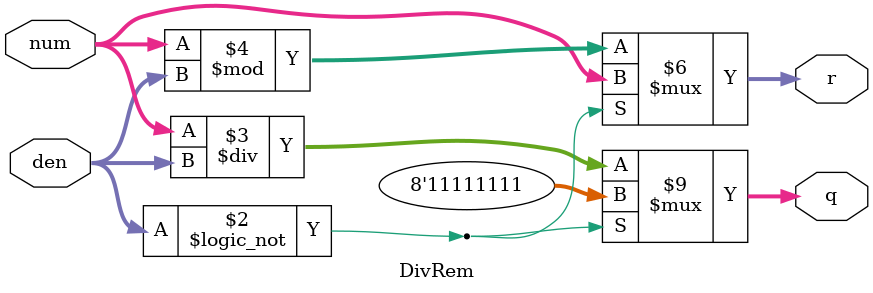
<source format=sv>
module DivRem(
    input [7:0] num, den,
    output reg [7:0] q, r
);
    always @(*) begin
        // 优化比较逻辑
        if (den == 0) begin
            q = 8'hFF; // 除数为零时的处理
            r = num;   // 余数为被除数
        end else begin
            // 使用范围检查和硬件比较器结构
            q = num / den; // 商
            r = num % den; // 余数
        end
    end
endmodule
</source>
